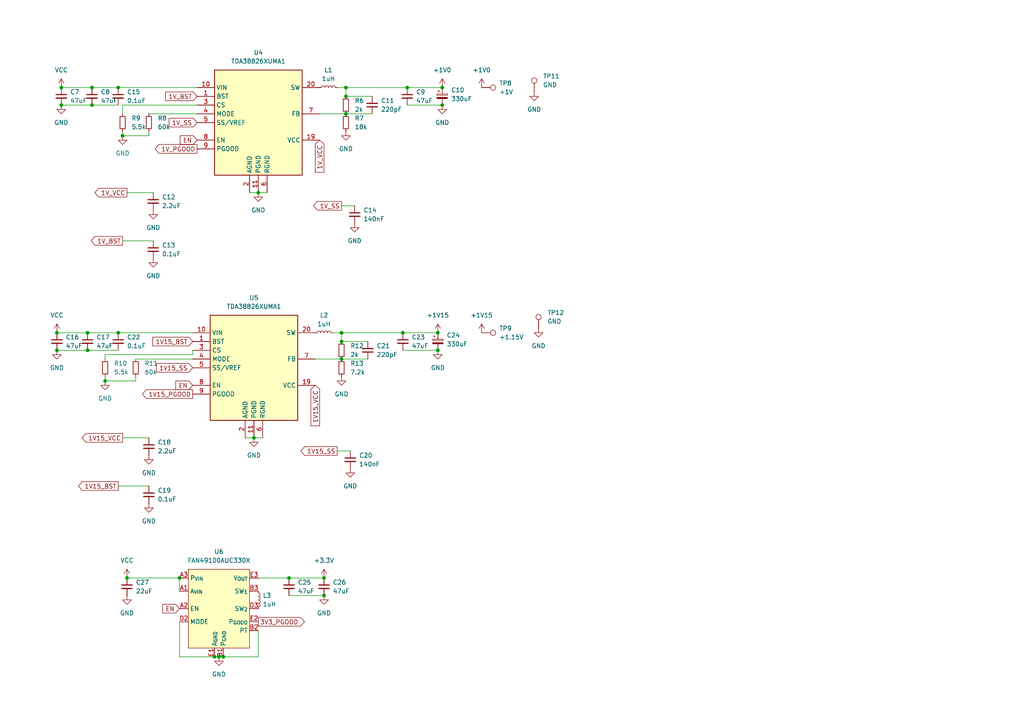
<source format=kicad_sch>
(kicad_sch (version 20250114) (generator "eeschema") (generator_version "9.0")
  (paper "A4")
  (lib_symbols
    (symbol "Connector:TestPoint" (pin_numbers (hide yes)) (pin_names (offset 0.762) (hide yes))
      (property "Reference" "TP" (at 0 6.858 0))
      (property "Value" "TestPoint" (at 0 5.08 0))
      (symbol "TestPoint_0_1"
        (circle (center 0 3.302) (radius 0.762))
      )
      (symbol "TestPoint_1_1"
        (pin passive line (at 0 0 90) (length 2.54) (name "1") (number "1"))
      )
    )
    (symbol "Device:C_Polarized_Small" (pin_numbers (hide yes)) (pin_names (offset 0.254) (hide yes))
      (property "Reference" "C" (at 0.254 1.778 0))
      (property "Value" "C_Polarized_Small" (at 0.254 -2.032 0))
      (symbol "C_Polarized_Small_0_1"
        (rectangle (start -1.524 0.6858) (end 1.524 0.3048))
        (rectangle (start -1.524 -0.3048) (end 1.524 -0.6858) (fill (type outline)))
        (polyline (pts (xy -1.27 1.524) (xy -0.762 1.524)))
        (polyline (pts (xy -1.016 1.27) (xy -1.016 1.778)))
      )
      (symbol "C_Polarized_Small_1_1"
        (pin passive line (at 0 2.54 270) (length 1.8542) (name "~") (number "1"))
        (pin passive line (at 0 -2.54 90) (length 1.8542) (name "~") (number "2"))
      )
    )
    (symbol "Device:C_Small" (pin_numbers (hide yes)) (pin_names (offset 0.254) (hide yes))
      (property "Reference" "C" (at 0.254 1.778 0))
      (property "Value" "C_Small" (at 0.254 -2.032 0))
      (symbol "C_Small_0_1"
        (polyline (pts (xy -1.524 0.508) (xy 1.524 0.508)) (stroke (width 0.3048)))
        (polyline (pts (xy -1.524 -0.508) (xy 1.524 -0.508)) (stroke (width 0.3302)))
      )
      (symbol "C_Small_1_1"
        (pin passive line (at 0 2.54 270) (length 2.032) (name "~") (number "1"))
        (pin passive line (at 0 -2.54 90) (length 2.032) (name "~") (number "2"))
      )
    )
    (symbol "Device:L_Small" (pin_numbers (hide yes)) (pin_names (offset 0.254) (hide yes))
      (property "Reference" "L" (at 0.762 1.016 0))
      (property "Value" "L_Small" (at 0.762 -1.016 0))
      (symbol "L_Small_0_1"
        (arc (start 0 2.032) (mid 0.5058 1.524) (end 0 1.016))
        (arc (start 0 1.016) (mid 0.5058 0.508) (end 0 0))
        (arc (start 0 0) (mid 0.5058 -0.508) (end 0 -1.016))
        (arc (start 0 -1.016) (mid 0.5058 -1.524) (end 0 -2.032))
      )
      (symbol "L_Small_1_1"
        (pin passive line (at 0 2.54 270) (length 0.508) (name "~") (number "1"))
        (pin passive line (at 0 -2.54 90) (length 0.508) (name "~") (number "2"))
      )
    )
    (symbol "Device:R_Small" (pin_numbers (hide yes)) (pin_names (offset 0.254) (hide yes))
      (property "Reference" "R" (at 0.762 0.508 0))
      (property "Value" "R_Small" (at 0.762 -1.016 0))
      (symbol "R_Small_0_1"
        (rectangle (start -0.762 1.778) (end 0.762 -1.778) (stroke (width 0.2032)))
      )
      (symbol "R_Small_1_1"
        (pin passive line (at 0 2.54 270) (length 0.762) (name "~") (number "1"))
        (pin passive line (at 0 -2.54 90) (length 0.762) (name "~") (number "2"))
      )
    )
    (symbol "TDA38826XUMA1:TDA38826XUMA1"
      (property "Reference" "U" (at 0 18.542 0))
      (property "Value" "TDA38826XUMA1" (at 0 16.51 0))
      (symbol "TDA38826XUMA1_1_1"
        (rectangle (start -12.7 15.24) (end 12.7 -15.24) (stroke (width 0.254)) (fill (type background)))
        (pin power_in line (at -17.78 10.16 0) (length 5.08) (name "VIN") (number "10"))
        (pin power_in line (at -17.78 10.16 0) (length 5.08) (hide yes) (name "VIN") (number "21"))
        (pin passive line (at -17.78 7.62 0) (length 5.08) (name "BST") (number "1"))
        (pin passive line (at -17.78 5.08 0) (length 5.08) (name "CS") (number "3"))
        (pin passive line (at -17.78 2.54 0) (length 5.08) (name "MODE") (number "4"))
        (pin passive line (at -17.78 0 0) (length 5.08) (name "SS/VREF") (number "5"))
        (pin passive line (at -17.78 -5.08 0) (length 5.08) (name "EN") (number "8"))
        (pin passive line (at -17.78 -7.62 0) (length 5.08) (name "PGOOD") (number "9"))
        (pin passive line (at -2.54 -20.32 90) (length 5.08) (name "AGND") (number "2"))
        (pin passive line (at 0 -20.32 90) (length 5.08) (name "PGND") (number "11"))
        (pin passive line (at 0 -20.32 90) (length 5.08) (hide yes) (name "PGND") (number "12"))
        (pin passive line (at 0 -20.32 90) (length 5.08) (hide yes) (name "PGND") (number "13"))
        (pin passive line (at 0 -20.32 90) (length 5.08) (hide yes) (name "PGND") (number "14"))
        (pin passive line (at 0 -20.32 90) (length 5.08) (hide yes) (name "PGND") (number "15"))
        (pin passive line (at 0 -20.32 90) (length 5.08) (hide yes) (name "PGND") (number "16"))
        (pin passive line (at 0 -20.32 90) (length 5.08) (hide yes) (name "PGND") (number "17"))
        (pin passive line (at 0 -20.32 90) (length 5.08) (hide yes) (name "PGND") (number "18"))
        (pin passive line (at 0 -20.32 90) (length 5.08) (hide yes) (name "PGND") (number "22"))
        (pin passive line (at 2.54 -20.32 90) (length 5.08) (name "RGND") (number "6"))
        (pin power_out line (at 17.78 10.16 180) (length 5.08) (name "SW") (number "20"))
        (pin passive line (at 17.78 2.54 180) (length 5.08) (name "FB") (number "7"))
        (pin power_in line (at 17.78 -5.08 180) (length 5.08) (name "VCC") (number "19"))
      )
    )
    (symbol "cafebara:FAN49100AUC330X"
      (property "Reference" "U" (at 0 14.986 0))
      (property "Value" "FAN49100AUC330X" (at 0 12.7 0))
      (symbol "FAN49100AUC330X_1_1"
        (rectangle (start -8.89 11.43) (end 8.89 -11.43) (fill (type background)))
        (pin power_in line (at -11.43 8.89 0) (length 2.54) (name "P_{VIN}") (number "A3"))
        (pin power_in line (at -11.43 8.89 0) (length 2.54) (hide yes) (name "P_{VIN}") (number "A4"))
        (pin power_in line (at -11.43 5.08 0) (length 2.54) (name "A_{VIN}") (number "A1"))
        (pin input line (at -11.43 0 0) (length 2.54) (name "EN") (number "A2"))
        (pin input line (at -11.43 -3.81 0) (length 2.54) (name "MODE") (number "D2"))
        (pin passive line (at -1.27 -13.97 90) (length 2.54) (name "A_{GND}") (number "E1"))
        (pin passive line (at 1.27 -13.97 90) (length 2.54) (name "P_{GND}") (number "B1"))
        (pin passive line (at 1.27 -13.97 90) (length 2.54) (hide yes) (name "P_{GND}") (number "C1"))
        (pin passive line (at 1.27 -13.97 90) (length 2.54) (hide yes) (name "P_{GND}") (number "C2"))
        (pin passive line (at 1.27 -13.97 90) (length 2.54) (hide yes) (name "P_{GND}") (number "C3"))
        (pin passive line (at 1.27 -13.97 90) (length 2.54) (hide yes) (name "P_{GND}") (number "C4"))
        (pin passive line (at 1.27 -13.97 90) (length 2.54) (hide yes) (name "P_{GND}") (number "D1"))
        (pin power_out line (at 11.43 8.89 180) (length 2.54) (name "V_{OUT}") (number "E3"))
        (pin power_out line (at 11.43 8.89 180) (length 2.54) (hide yes) (name "V_{OUT}") (number "E4"))
        (pin passive line (at 11.43 5.08 180) (length 2.54) (name "SW_{1}") (number "B3"))
        (pin passive line (at 11.43 5.08 180) (length 2.54) (hide yes) (name "SW_{1}") (number "B4"))
        (pin passive line (at 11.43 0 180) (length 2.54) (name "SW_{2}") (number "D3"))
        (pin passive line (at 11.43 0 180) (length 2.54) (hide yes) (name "SW_{2}") (number "D4"))
        (pin open_collector line (at 11.43 -3.81 180) (length 2.54) (name "P_{GOOD}") (number "E2"))
        (pin input line (at 11.43 -6.35 180) (length 2.54) (name "PT") (number "B2"))
      )
    )
    (symbol "power:+1V0" (power) (pin_names (offset 0))
      (property "Value" "+1V0" (at 0 3.556 0))
      (symbol "+1V0_0_1"
        (polyline (pts (xy -0.762 1.27) (xy 0 2.54)))
        (polyline (pts (xy 0 2.54) (xy 0.762 1.27)))
        (polyline (pts (xy 0 0) (xy 0 2.54)))
      )
      (symbol "+1V0_1_1"
        (pin power_in line (at 0 0 90) (length 0) (hide yes) (name "+1V0") (number "1"))
      )
    )
    (symbol "power:+1V1" (power) (pin_names (offset 0))
      (property "Value" "+1V1" (at 0 3.556 0))
      (symbol "+1V1_0_1"
        (polyline (pts (xy -0.762 1.27) (xy 0 2.54)))
        (polyline (pts (xy 0 2.54) (xy 0.762 1.27)))
        (polyline (pts (xy 0 0) (xy 0 2.54)))
      )
      (symbol "+1V1_1_1"
        (pin power_in line (at 0 0 90) (length 0) (hide yes) (name "+1V1") (number "1"))
      )
    )
    (symbol "power:+3.3V" (power) (pin_numbers (hide yes)) (pin_names (offset 0) (hide yes))
      (property "Value" "+3.3V" (at 0 3.556 0))
      (symbol "+3.3V_0_1"
        (polyline (pts (xy -0.762 1.27) (xy 0 2.54)))
        (polyline (pts (xy 0 2.54) (xy 0.762 1.27)))
        (polyline (pts (xy 0 0) (xy 0 2.54)))
      )
      (symbol "+3.3V_1_1"
        (pin power_in line (at 0 0 90) (length 0) (name "~") (number "1"))
      )
    )
    (symbol "power:GND" (power) (pin_numbers (hide yes)) (pin_names (offset 0) (hide yes))
      (property "Value" "GND" (at 0 -3.81 0))
      (symbol "GND_0_1"
        (polyline (pts (xy 0 0) (xy 0 -1.27) (xy 1.27 -1.27) (xy 0 -2.54) (xy -1.27 -1.27) (xy 0 -1.27)))
      )
      (symbol "GND_1_1"
        (pin power_in line (at 0 0 270) (length 0) (name "~") (number "1"))
      )
    )
    (symbol "power:VCC" (power) (pin_names (offset 0))
      (property "Value" "VCC" (at 0 3.81 0))
      (symbol "VCC_0_1"
        (polyline (pts (xy -0.762 1.27) (xy 0 2.54)))
        (polyline (pts (xy 0 2.54) (xy 0.762 1.27)))
        (polyline (pts (xy 0 0) (xy 0 2.54)))
      )
      (symbol "VCC_1_1"
        (pin power_in line (at 0 0 90) (length 0) (hide yes) (name "VCC") (number "1"))
      )
    )
  )
  (junction (at 35.56 39.37))
  (junction (at 74.93 55.88))
  (junction (at 99.06 99.06))
  (junction (at 93.98 172.72))
  (junction (at 99.06 104.14))
  (junction (at 17.78 25.4))
  (junction (at 26.67 30.48))
  (junction (at 100.33 25.4))
  (junction (at 26.67 25.4))
  (junction (at 127 101.6))
  (junction (at 99.06 96.52))
  (junction (at 127 96.52))
  (junction (at 128.27 30.48))
  (junction (at 100.33 33.02))
  (junction (at 36.83 167.64))
  (junction (at 16.51 96.52))
  (junction (at 73.66 127))
  (junction (at 62.23 190.5))
  (junction (at 64.77 190.5))
  (junction (at 30.48 110.49))
  (junction (at 25.4 96.52))
  (junction (at 17.78 30.48))
  (junction (at 93.98 167.64))
  (junction (at 52.07 167.64))
  (junction (at 34.29 25.4))
  (junction (at 63.5 190.5))
  (junction (at 116.84 96.52))
  (junction (at 34.29 96.52))
  (junction (at 25.4 101.6))
  (junction (at 83.82 167.64))
  (junction (at 16.51 101.6))
  (junction (at 100.33 27.94))
  (junction (at 128.27 25.4))
  (junction (at 118.11 25.4))
  (wire (pts (xy 83.82 172.72) (xy 93.98 172.72)))
  (wire (pts (xy 26.67 30.48) (xy 34.29 30.48)))
  (wire (pts (xy 100.33 25.4) (xy 118.11 25.4)))
  (wire (pts (xy 35.56 39.37) (xy 43.18 39.37)))
  (wire (pts (xy 16.51 96.52) (xy 25.4 96.52)))
  (wire (pts (xy 91.44 104.14) (xy 99.06 104.14)))
  (wire (pts (xy 97.79 130.81) (xy 101.6 130.81)))
  (wire (pts (xy 26.67 25.4) (xy 34.29 25.4)))
  (wire (pts (xy 35.56 39.37) (xy 35.56 38.1)))
  (wire (pts (xy 100.33 33.02) (xy 107.95 33.02)))
  (wire (pts (xy 63.5 190.5) (xy 64.77 190.5)))
  (wire (pts (xy 72.39 55.88) (xy 74.93 55.88)))
  (wire (pts (xy 92.71 33.02) (xy 100.33 33.02)))
  (wire (pts (xy 118.11 25.4) (xy 128.27 25.4)))
  (wire (pts (xy 30.48 102.87) (xy 30.48 104.14)))
  (wire (pts (xy 83.82 167.64) (xy 93.98 167.64)))
  (wire (pts (xy 52.07 190.5) (xy 62.23 190.5)))
  (wire (pts (xy 17.78 25.4) (xy 26.67 25.4)))
  (wire (pts (xy 52.07 167.64) (xy 52.07 171.45)))
  (wire (pts (xy 30.48 110.49) (xy 39.37 110.49)))
  (wire (pts (xy 99.06 99.06) (xy 106.68 99.06)))
  (wire (pts (xy 73.66 127) (xy 76.2 127)))
  (wire (pts (xy 57.15 30.48) (xy 35.56 30.48)))
  (wire (pts (xy 74.93 55.88) (xy 77.47 55.88)))
  (wire (pts (xy 43.18 140.97) (xy 34.29 140.97)))
  (wire (pts (xy 16.51 101.6) (xy 25.4 101.6)))
  (wire (pts (xy 55.88 102.87) (xy 30.48 102.87)))
  (wire (pts (xy 34.29 25.4) (xy 57.15 25.4)))
  (wire (pts (xy 99.06 59.69) (xy 102.87 59.69)))
  (wire (pts (xy 39.37 104.14) (xy 55.88 104.14)))
  (wire (pts (xy 116.84 101.6) (xy 127 101.6)))
  (wire (pts (xy 116.84 96.52) (xy 127 96.52)))
  (wire (pts (xy 30.48 110.49) (xy 30.48 109.22)))
  (wire (pts (xy 99.06 96.52) (xy 116.84 96.52)))
  (wire (pts (xy 99.06 99.06) (xy 99.06 96.52)))
  (wire (pts (xy 100.33 27.94) (xy 100.33 25.4)))
  (wire (pts (xy 74.93 190.5) (xy 64.77 190.5)))
  (wire (pts (xy 35.56 127) (xy 43.18 127)))
  (wire (pts (xy 62.23 190.5) (xy 63.5 190.5)))
  (wire (pts (xy 99.06 104.14) (xy 106.68 104.14)))
  (wire (pts (xy 100.33 27.94) (xy 107.95 27.94)))
  (wire (pts (xy 71.12 127) (xy 73.66 127)))
  (wire (pts (xy 36.83 167.64) (xy 52.07 167.64)))
  (wire (pts (xy 74.93 182.88) (xy 74.93 190.5)))
  (wire (pts (xy 44.45 69.85) (xy 35.56 69.85)))
  (wire (pts (xy 25.4 101.6) (xy 34.29 101.6)))
  (wire (pts (xy 35.56 30.48) (xy 35.56 33.02)))
  (wire (pts (xy 100.33 25.4) (xy 97.79 25.4)))
  (wire (pts (xy 55.88 101.6) (xy 55.88 102.87)))
  (wire (pts (xy 25.4 96.52) (xy 34.29 96.52)))
  (wire (pts (xy 36.83 55.88) (xy 44.45 55.88)))
  (wire (pts (xy 43.18 33.02) (xy 57.15 33.02)))
  (wire (pts (xy 52.07 180.34) (xy 52.07 190.5)))
  (wire (pts (xy 99.06 96.52) (xy 96.52 96.52)))
  (wire (pts (xy 118.11 30.48) (xy 128.27 30.48)))
  (wire (pts (xy 39.37 110.49) (xy 39.37 109.22)))
  (wire (pts (xy 17.78 30.48) (xy 26.67 30.48)))
  (wire (pts (xy 34.29 96.52) (xy 55.88 96.52)))
  (wire (pts (xy 43.18 39.37) (xy 43.18 38.1)))
  (wire (pts (xy 74.93 167.64) (xy 83.82 167.64)))
  (global_label "EN" (shape input) (at 55.88 111.76 180) (property "Intersheetrefs" "${INTERSHEET_REFS}" (effects (hide yes))))
  (global_label "1V15_BST" (shape output) (at 34.29 140.97 180) (property "Intersheetrefs" "${INTERSHEET_REFS}" (effects (hide yes))))
  (global_label "1V_SS" (shape output) (at 99.06 59.69 180) (property "Intersheetrefs" "${INTERSHEET_REFS}" (effects (hide yes))))
  (global_label "EN" (shape input) (at 57.15 40.64 180) (property "Intersheetrefs" "${INTERSHEET_REFS}" (effects (hide yes))))
  (global_label "1V_BST" (shape input) (at 57.15 27.94 180) (property "Intersheetrefs" "${INTERSHEET_REFS}" (effects (hide yes))))
  (global_label "1V15_PGOOD" (shape output) (at 55.88 114.3 180) (property "Intersheetrefs" "${INTERSHEET_REFS}" (effects (hide yes))))
  (global_label "3V3_PGOOD" (shape output) (at 74.93 180.34 0) (property "Intersheetrefs" "${INTERSHEET_REFS}" (effects (hide yes))))
  (global_label "1V15_VCC" (shape input) (at 91.44 111.76 270) (property "Intersheetrefs" "${INTERSHEET_REFS}" (effects (hide yes))))
  (global_label "1V15_SS" (shape input) (at 55.88 106.68 180) (property "Intersheetrefs" "${INTERSHEET_REFS}" (effects (hide yes))))
  (global_label "1V_BST" (shape output) (at 35.56 69.85 180) (property "Intersheetrefs" "${INTERSHEET_REFS}" (effects (hide yes))))
  (global_label "1V_VCC" (shape output) (at 36.83 55.88 180) (property "Intersheetrefs" "${INTERSHEET_REFS}" (effects (hide yes))))
  (global_label "1V15_BST" (shape input) (at 55.88 99.06 180) (property "Intersheetrefs" "${INTERSHEET_REFS}" (effects (hide yes))))
  (global_label "1V_PGOOD" (shape output) (at 57.15 43.18 180) (property "Intersheetrefs" "${INTERSHEET_REFS}" (effects (hide yes))))
  (global_label "1V15_SS" (shape output) (at 97.79 130.81 180) (property "Intersheetrefs" "${INTERSHEET_REFS}" (effects (hide yes))))
  (global_label "1V_SS" (shape input) (at 57.15 35.56 180) (property "Intersheetrefs" "${INTERSHEET_REFS}" (effects (hide yes))))
  (global_label "EN" (shape input) (at 52.07 176.53 180) (property "Intersheetrefs" "${INTERSHEET_REFS}" (effects (hide yes))))
  (global_label "1V15_VCC" (shape output) (at 35.56 127 180) (property "Intersheetrefs" "${INTERSHEET_REFS}" (effects (hide yes))))
  (global_label "1V_VCC" (shape input) (at 92.71 40.64 270) (property "Intersheetrefs" "${INTERSHEET_REFS}" (effects (hide yes))))
  (symbol (lib_id "Device:R_Small") (at 99.06 101.6 180) (unit 1)
    (property "Reference" "R12" (at 101.6 100.3299 0) (effects (justify right)))
    (property "Value" "2k" (at 101.6 102.8699 0) (effects (justify right)))
    (property "Footprint" "Resistor_SMD:R_0402_1005Metric" (effects (hide yes)))
    (property "Description" "Resistor, small symbol" (effects (hide yes)))
  )
  (symbol (lib_id "Device:C_Small") (at 101.6 133.35 0) (unit 1)
    (property "Reference" "C20" (at 104.14 132.0862 0) (effects (justify left)))
    (property "Value" "140nF" (at 104.14 134.6262 0) (effects (justify left)))
    (property "Footprint" "Capacitor_SMD:C_0402_1005Metric" (effects (hide yes)))
    (property "Description" "Unpolarized capacitor, small symbol" (effects (hide yes)))
  )
  (symbol (lib_id "power:+1V1") (at 139.7 96.52 0) (unit 1)
    (property "Reference" "#PWR05" (effects (hide yes)))
    (property "Value" "+1V15" (at 139.7 91.44 0))
    (property "Description" "Power symbol creates a global label with name \"+1V15\"" (effects (hide yes)))
  )
  (symbol (lib_id "power:GND") (at 73.66 127 0) (unit 1)
    (property "Reference" "#PWR044" (effects (hide yes)))
    (property "Value" "GND" (at 73.66 132.08 0))
    (property "Description" "Power symbol creates a global label with name \"GND\" , ground" (effects (hide yes)))
  )
  (symbol (lib_id "power:GND") (at 43.18 146.05 0) (unit 1)
    (property "Reference" "#PWR043" (effects (hide yes)))
    (property "Value" "GND" (at 43.18 151.13 0))
    (property "Description" "Power symbol creates a global label with name \"GND\" , ground" (effects (hide yes)))
  )
  (symbol (lib_id "Device:R_Small") (at 39.37 106.68 180) (unit 1)
    (property "Reference" "R11" (at 41.91 105.4099 0) (effects (justify right)))
    (property "Value" "60k" (at 41.91 107.9499 0) (effects (justify right)))
    (property "Footprint" "Resistor_SMD:R_0402_1005Metric" (effects (hide yes)))
    (property "Description" "Resistor, small symbol" (effects (hide yes)))
  )
  (symbol (lib_id "power:GND") (at 156.21 95.25 0) (unit 1)
    (property "Reference" "#PWR049" (effects (hide yes)))
    (property "Value" "GND" (at 156.21 100.33 0))
    (property "Description" "Power symbol creates a global label with name \"GND\" , ground" (effects (hide yes)))
  )
  (symbol (lib_id "power:GND") (at 30.48 110.49 0) (unit 1)
    (property "Reference" "#PWR041" (effects (hide yes)))
    (property "Value" "GND" (at 30.48 115.57 0))
    (property "Description" "Power symbol creates a global label with name \"GND\" , ground" (effects (hide yes)))
  )
  (symbol (lib_id "Device:C_Small") (at 118.11 27.94 0) (unit 1)
    (property "Reference" "C9" (at 120.65 26.6762 0) (effects (justify left)))
    (property "Value" "47uF" (at 120.65 29.2162 0) (effects (justify left)))
    (property "Footprint" "Capacitor_SMD:C_0805_2012Metric" (effects (hide yes)))
    (property "Description" "Unpolarized capacitor, small symbol" (effects (hide yes)))
    (property "Mouser" "https://au.mouser.com/ProductDetail/KYOCERA-AVX/KGM21AR51A476MU?qs=sGAEpiMZZMuMW9TJLBQkXqLYvz3DzaXfhCiDO3TXOes%3D" (effects (hide yes)))
  )
  (symbol (lib_id "Device:C_Small") (at 106.68 101.6 180) (unit 1)
    (property "Reference" "C21" (at 109.22 100.3235 0) (effects (justify right)))
    (property "Value" "220pF" (at 109.22 102.8635 0) (effects (justify right)))
    (property "Footprint" "Capacitor_SMD:C_0402_1005Metric" (effects (hide yes)))
    (property "Description" "Unpolarized capacitor, small symbol" (effects (hide yes)))
  )
  (symbol (lib_id "power:GND") (at 44.45 74.93 0) (unit 1)
    (property "Reference" "#PWR038" (effects (hide yes)))
    (property "Value" "GND" (at 44.45 80.01 0))
    (property "Description" "Power symbol creates a global label with name \"GND\" , ground" (effects (hide yes)))
  )
  (symbol (lib_id "Device:C_Small") (at 43.18 129.54 0) (unit 1)
    (property "Reference" "C18" (at 45.72 128.2762 0) (effects (justify left)))
    (property "Value" "2.2uF" (at 45.72 130.8162 0) (effects (justify left)))
    (property "Footprint" "Capacitor_SMD:C_0603_1608Metric" (effects (hide yes)))
    (property "Description" "Unpolarized capacitor, small symbol" (effects (hide yes)))
  )
  (symbol (lib_id "power:GND") (at 93.98 172.72 0) (unit 1)
    (property "Reference" "#PWR055" (effects (hide yes)))
    (property "Value" "GND" (at 93.98 177.8 0))
    (property "Description" "Power symbol creates a global label with name \"GND\" , ground" (effects (hide yes)))
  )
  (symbol (lib_id "Device:L_Small") (at 74.93 173.99 0) (unit 1)
    (property "Reference" "L3" (at 76.2 172.7199 0) (effects (justify left)))
    (property "Value" "1uH" (at 76.2 175.2599 0) (effects (justify left)))
    (property "Footprint" "Inductor_SMD:L_Murata_DFE201610P" (effects (hide yes)))
    (property "Description" "Inductor, small symbol" (effects (hide yes)))
    (property "Digikey" "https://www.digikey.com.au/en/products/detail/delta-electronics-cyntec/HTEH20161T-1R0MSR/9761414" (effects (hide yes)))
  )
  (symbol (lib_id "TDA38826XUMA1:TDA38826XUMA1") (at 73.66 106.68 0) (unit 1)
    (property "Reference" "U5" (at 73.66 86.36 0))
    (property "Value" "TDA38826XUMA1" (at 73.66 88.9 0))
    (property "Footprint" "cafebara:TDA38826XUMA1" (effects (hide yes)))
    (property "Datasheet" "https://www.infineon.com/dgdl/Infineon-TDA38826-DataSheet-v01_00-EN.pdf?fileId=8ac78c8c8929aa4d0189cef071637019" (effects (hide yes)))
    (property "Description" "Switching Voltage Regulators IFX POL" (effects (hide yes)))
    (property "Height" "0.6" (effects (hide yes)))
    (property "Manufacturer_Name" "Infineon" (effects (hide yes)))
    (property "Manufacturer_Part_Number" "TDA38826XUMA1" (effects (hide yes)))
  )
  (symbol (lib_id "Device:C_Small") (at 36.83 170.18 0) (unit 1)
    (property "Reference" "C27" (at 39.37 168.9162 0) (effects (justify left)))
    (property "Value" "22uF" (at 39.37 171.4562 0) (effects (justify left)))
    (property "Footprint" "Capacitor_SMD:C_0805_2012Metric" (effects (hide yes)))
    (property "Description" "Unpolarized capacitor, small symbol" (effects (hide yes)))
  )
  (symbol (lib_id "power:VCC") (at 36.83 167.64 0) (unit 1)
    (property "Reference" "#PWR023" (effects (hide yes)))
    (property "Value" "VCC" (at 36.83 162.56 0))
    (property "Description" "Power symbol creates a global label with name \"VCC\"" (effects (hide yes)))
  )
  (symbol (lib_id "power:GND") (at 102.87 64.77 0) (unit 1)
    (property "Reference" "#PWR039" (effects (hide yes)))
    (property "Value" "GND" (at 102.87 69.85 0))
    (property "Description" "Power symbol creates a global label with name \"GND\" , ground" (effects (hide yes)))
  )
  (symbol (lib_id "Device:R_Small") (at 30.48 106.68 180) (unit 1)
    (property "Reference" "R10" (at 33.02 105.4099 0) (effects (justify right)))
    (property "Value" "5.5k" (at 33.02 107.9499 0) (effects (justify right)))
    (property "Footprint" "Resistor_SMD:R_0402_1005Metric" (effects (hide yes)))
    (property "Description" "Resistor, small symbol" (effects (hide yes)))
  )
  (symbol (lib_id "power:GND") (at 100.33 38.1 0) (unit 1)
    (property "Reference" "#PWR019" (effects (hide yes)))
    (property "Value" "GND" (at 100.33 43.18 0))
    (property "Description" "Power symbol creates a global label with name \"GND\" , ground" (effects (hide yes)))
  )
  (symbol (lib_id "Device:C_Small") (at 44.45 72.39 0) (unit 1)
    (property "Reference" "C13" (at 46.99 71.1262 0) (effects (justify left)))
    (property "Value" "0.1uF" (at 46.99 73.6662 0) (effects (justify left)))
    (property "Footprint" "Capacitor_SMD:C_0402_1005Metric" (effects (hide yes)))
    (property "Description" "Unpolarized capacitor, small symbol" (effects (hide yes)))
  )
  (symbol (lib_id "power:GND") (at 154.94 26.67 0) (unit 1)
    (property "Reference" "#PWR08" (effects (hide yes)))
    (property "Value" "GND" (at 154.94 31.75 0))
    (property "Description" "Power symbol creates a global label with name \"GND\" , ground" (effects (hide yes)))
  )
  (symbol (lib_id "power:+3.3V") (at 93.98 167.64 0) (unit 1)
    (property "Reference" "#PWR054" (effects (hide yes)))
    (property "Value" "+3.3V" (at 93.98 162.56 0))
    (property "Description" "Power symbol creates a global label with name \"+3.3V\"" (effects (hide yes)))
  )
  (symbol (lib_id "power:GND") (at 101.6 135.89 0) (unit 1)
    (property "Reference" "#PWR046" (effects (hide yes)))
    (property "Value" "GND" (at 101.6 140.97 0))
    (property "Description" "Power symbol creates a global label with name \"GND\" , ground" (effects (hide yes)))
  )
  (symbol (lib_id "cafebara:FAN49100AUC330X") (at 63.5 176.53 0) (unit 1)
    (property "Reference" "U6" (at 63.5 160.02 0))
    (property "Value" "FAN49100AUC330X" (at 63.5 162.56 0))
    (property "Footprint" "Package_CSP:WLCSP-20_1.994x1.94mm_Layout4x5_P0.4mm" (effects (hide yes)))
    (property "Datasheet" "https://www.onsemi.com/pdf/datasheet/fan49100-d.pdf" (effects (hide yes)))
    (property "Digikey" "https://www.digikey.com.au/en/products/detail/onsemi/FAN49100AUC330X/5640230" (effects (hide yes)))
  )
  (symbol (lib_id "power:GND") (at 99.06 109.22 0) (unit 1)
    (property "Reference" "#PWR045" (effects (hide yes)))
    (property "Value" "GND" (at 99.06 114.3 0))
    (property "Description" "Power symbol creates a global label with name \"GND\" , ground" (effects (hide yes)))
  )
  (symbol (lib_id "Device:R_Small") (at 99.06 106.68 0) (unit 1)
    (property "Reference" "R13" (at 101.6 105.4099 0) (effects (justify left)))
    (property "Value" "7.2k" (at 101.6 107.9499 0) (effects (justify left)))
    (property "Footprint" "Resistor_SMD:R_0402_1005Metric" (effects (hide yes)))
    (property "Description" "Resistor, small symbol" (effects (hide yes)))
  )
  (symbol (lib_id "Device:C_Small") (at 107.95 30.48 180) (unit 1)
    (property "Reference" "C11" (at 110.49 29.2035 0) (effects (justify right)))
    (property "Value" "220pF" (at 110.49 31.7435 0) (effects (justify right)))
    (property "Footprint" "Capacitor_SMD:C_0402_1005Metric" (effects (hide yes)))
    (property "Description" "Unpolarized capacitor, small symbol" (effects (hide yes)))
  )
  (symbol (lib_id "Device:C_Polarized_Small") (at 127 99.06 0) (unit 1)
    (property "Reference" "C24" (at 129.54 97.2438 0) (effects (justify left)))
    (property "Value" "330uF" (at 129.54 99.7838 0) (effects (justify left)))
    (property "Footprint" "Capacitor_Tantalum_SMD:CP_EIA-3528-15_AVX-H" (effects (hide yes)))
    (property "Description" "Polarized capacitor, small symbol" (effects (hide yes)))
    (property "Digikey" "https://www.digikey.com.au/en/products/detail/kyocera-avx/F950G337MBAAM1Q2/4005293" (effects (hide yes)))
  )
  (symbol (lib_id "TDA38826XUMA1:TDA38826XUMA1") (at 74.93 35.56 0) (unit 1)
    (property "Reference" "U4" (at 74.93 15.24 0))
    (property "Value" "TDA38826XUMA1" (at 74.93 17.78 0))
    (property "Footprint" "cafebara:TDA38826XUMA1" (effects (hide yes)))
    (property "Datasheet" "https://www.infineon.com/dgdl/Infineon-TDA38826-DataSheet-v01_00-EN.pdf?fileId=8ac78c8c8929aa4d0189cef071637019" (effects (hide yes)))
    (property "Description" "Switching Voltage Regulators IFX POL" (effects (hide yes)))
    (property "Height" "0.6" (effects (hide yes)))
    (property "Manufacturer_Name" "Infineon" (effects (hide yes)))
    (property "Manufacturer_Part_Number" "TDA38826XUMA1" (effects (hide yes)))
  )
  (symbol (lib_id "Device:C_Small") (at 43.18 143.51 0) (unit 1)
    (property "Reference" "C19" (at 45.72 142.2462 0) (effects (justify left)))
    (property "Value" "0.1uF" (at 45.72 144.7862 0) (effects (justify left)))
    (property "Footprint" "Capacitor_SMD:C_0402_1005Metric" (effects (hide yes)))
    (property "Description" "Unpolarized capacitor, small symbol" (effects (hide yes)))
  )
  (symbol (lib_id "Device:R_Small") (at 43.18 35.56 180) (unit 1)
    (property "Reference" "R8" (at 45.72 34.2899 0) (effects (justify right)))
    (property "Value" "60k" (at 45.72 36.8299 0) (effects (justify right)))
    (property "Footprint" "Resistor_SMD:R_0402_1005Metric" (effects (hide yes)))
    (property "Description" "Resistor, small symbol" (effects (hide yes)))
  )
  (symbol (lib_id "Connector:TestPoint") (at 154.94 26.67 0) (unit 1)
    (property "Reference" "TP11" (at 157.48 22.0979 0) (effects (justify left)))
    (property "Value" "GND" (at 157.48 24.6379 0) (effects (justify left)))
    (property "Footprint" "TestPoint:TestPoint_Plated_Hole_D2.0mm" (effects (hide yes)))
    (property "Description" "test point" (effects (hide yes)))
  )
  (symbol (lib_id "power:GND") (at 16.51 101.6 0) (unit 1)
    (property "Reference" "#PWR040" (effects (hide yes)))
    (property "Value" "GND" (at 16.51 106.68 0))
    (property "Description" "Power symbol creates a global label with name \"GND\" , ground" (effects (hide yes)))
  )
  (symbol (lib_id "Connector:TestPoint") (at 139.7 25.4 270) (unit 1)
    (property "Reference" "TP8" (at 144.78 24.1299 90) (effects (justify left)))
    (property "Value" "+1V" (at 144.78 26.6699 90) (effects (justify left)))
    (property "Footprint" "TestPoint:TestPoint_Plated_Hole_D2.0mm" (effects (hide yes)))
    (property "Description" "test point" (effects (hide yes)))
  )
  (symbol (lib_id "Device:C_Small") (at 34.29 27.94 0) (unit 1)
    (property "Reference" "C15" (at 36.83 26.6762 0) (effects (justify left)))
    (property "Value" "0.1uF" (at 36.83 29.2162 0) (effects (justify left)))
    (property "Footprint" "Capacitor_SMD:C_0402_1005Metric" (effects (hide yes)))
    (property "Description" "Unpolarized capacitor, small symbol" (effects (hide yes)))
  )
  (symbol (lib_id "power:VCC") (at 16.51 96.52 0) (unit 1)
    (property "Reference" "#PWR03" (effects (hide yes)))
    (property "Value" "VCC" (at 16.51 91.44 0))
    (property "Description" "Power symbol creates a global label with name \"VCC\"" (effects (hide yes)))
  )
  (symbol (lib_id "power:GND") (at 74.93 55.88 0) (unit 1)
    (property "Reference" "#PWR031" (effects (hide yes)))
    (property "Value" "GND" (at 74.93 60.96 0))
    (property "Description" "Power symbol creates a global label with name \"GND\" , ground" (effects (hide yes)))
  )
  (symbol (lib_id "Device:C_Small") (at 102.87 62.23 0) (unit 1)
    (property "Reference" "C14" (at 105.41 60.9662 0) (effects (justify left)))
    (property "Value" "140nF" (at 105.41 63.5062 0) (effects (justify left)))
    (property "Footprint" "Capacitor_SMD:C_0402_1005Metric" (effects (hide yes)))
    (property "Description" "Unpolarized capacitor, small symbol" (effects (hide yes)))
  )
  (symbol (lib_id "power:GND") (at 127 101.6 0) (unit 1)
    (property "Reference" "#PWR047" (effects (hide yes)))
    (property "Value" "GND" (at 127 106.68 0))
    (property "Description" "Power symbol creates a global label with name \"GND\" , ground" (effects (hide yes)))
  )
  (symbol (lib_id "Device:R_Small") (at 35.56 35.56 180) (unit 1)
    (property "Reference" "R9" (at 38.1 34.2899 0) (effects (justify right)))
    (property "Value" "5.5k" (at 38.1 36.8299 0) (effects (justify right)))
    (property "Footprint" "Resistor_SMD:R_0402_1005Metric" (effects (hide yes)))
    (property "Description" "Resistor, small symbol" (effects (hide yes)))
  )
  (symbol (lib_id "Device:C_Small") (at 44.45 58.42 0) (unit 1)
    (property "Reference" "C12" (at 46.99 57.1562 0) (effects (justify left)))
    (property "Value" "2.2uF" (at 46.99 59.6962 0) (effects (justify left)))
    (property "Footprint" "Capacitor_SMD:C_0603_1608Metric" (effects (hide yes)))
    (property "Description" "Unpolarized capacitor, small symbol" (effects (hide yes)))
  )
  (symbol (lib_id "power:GND") (at 43.18 132.08 0) (unit 1)
    (property "Reference" "#PWR042" (effects (hide yes)))
    (property "Value" "GND" (at 43.18 137.16 0))
    (property "Description" "Power symbol creates a global label with name \"GND\" , ground" (effects (hide yes)))
  )
  (symbol (lib_id "power:GND") (at 35.56 39.37 0) (unit 1)
    (property "Reference" "#PWR037" (effects (hide yes)))
    (property "Value" "GND" (at 35.56 44.45 0))
    (property "Description" "Power symbol creates a global label with name \"GND\" , ground" (effects (hide yes)))
  )
  (symbol (lib_id "Device:C_Small") (at 83.82 170.18 0) (unit 1)
    (property "Reference" "C25" (at 86.36 168.9162 0) (effects (justify left)))
    (property "Value" "47uF" (at 86.36 171.4562 0) (effects (justify left)))
    (property "Footprint" "Capacitor_SMD:C_0805_2012Metric" (effects (hide yes)))
    (property "Description" "Unpolarized capacitor, small symbol" (effects (hide yes)))
  )
  (symbol (lib_id "Device:C_Small") (at 16.51 99.06 0) (unit 1)
    (property "Reference" "C16" (at 19.05 97.7962 0) (effects (justify left)))
    (property "Value" "47uF" (at 19.05 100.3362 0) (effects (justify left)))
    (property "Footprint" "Capacitor_SMD:C_0805_2012Metric" (effects (hide yes)))
    (property "Description" "Unpolarized capacitor, small symbol" (effects (hide yes)))
    (property "Mouser" "https://au.mouser.com/ProductDetail/KYOCERA-AVX/KGM21AR51A476MU?qs=sGAEpiMZZMuMW9TJLBQkXqLYvz3DzaXfhCiDO3TXOes%3D" (effects (hide yes)))
  )
  (symbol (lib_id "Connector:TestPoint") (at 139.7 96.52 270) (unit 1)
    (property "Reference" "TP9" (at 144.78 95.2499 90) (effects (justify left)))
    (property "Value" "+1.15V" (at 144.78 97.7899 90) (effects (justify left)))
    (property "Footprint" "TestPoint:TestPoint_Plated_Hole_D2.0mm" (effects (hide yes)))
    (property "Description" "test point" (effects (hide yes)))
  )
  (symbol (lib_id "Device:C_Small") (at 34.29 99.06 0) (unit 1)
    (property "Reference" "C22" (at 36.83 97.7962 0) (effects (justify left)))
    (property "Value" "0.1uF" (at 36.83 100.3362 0) (effects (justify left)))
    (property "Footprint" "Capacitor_SMD:C_0402_1005Metric" (effects (hide yes)))
    (property "Description" "Unpolarized capacitor, small symbol" (effects (hide yes)))
  )
  (symbol (lib_id "Device:L_Small") (at 93.98 96.52 90) (unit 1)
    (property "Reference" "L2" (at 93.98 91.44 90))
    (property "Value" "1uH" (at 93.98 93.98 90))
    (property "Footprint" "Inductor_SMD:L_Sunlord_MWSA0624S" (effects (hide yes)))
    (property "Description" "Inductor, small symbol" (effects (hide yes)))
    (property "Digikey" "https://www.digikey.com.au/en/products/detail/tai-tech-advanced-electronics-co-ltd/TMPC-0624H-1R0MG-D/17835651" (effects (hide yes)))
  )
  (symbol (lib_id "power:GND") (at 36.83 172.72 0) (unit 1)
    (property "Reference" "#PWR056" (effects (hide yes)))
    (property "Value" "GND" (at 36.83 177.8 0))
    (property "Description" "Power symbol creates a global label with name \"GND\" , ground" (effects (hide yes)))
  )
  (symbol (lib_id "power:GND") (at 63.5 190.5 0) (unit 1)
    (property "Reference" "#PWR053" (effects (hide yes)))
    (property "Value" "GND" (at 63.5 195.58 0))
    (property "Description" "Power symbol creates a global label with name \"GND\" , ground" (effects (hide yes)))
  )
  (symbol (lib_id "Connector:TestPoint") (at 156.21 95.25 0) (unit 1)
    (property "Reference" "TP12" (at 158.75 90.6779 0) (effects (justify left)))
    (property "Value" "GND" (at 158.75 93.2179 0) (effects (justify left)))
    (property "Footprint" "TestPoint:TestPoint_Plated_Hole_D2.0mm" (effects (hide yes)))
    (property "Description" "test point" (effects (hide yes)))
  )
  (symbol (lib_id "Device:C_Small") (at 25.4 99.06 0) (unit 1)
    (property "Reference" "C17" (at 27.94 97.7962 0) (effects (justify left)))
    (property "Value" "47uF" (at 27.94 100.3362 0) (effects (justify left)))
    (property "Footprint" "Capacitor_SMD:C_0805_2012Metric" (effects (hide yes)))
    (property "Description" "Unpolarized capacitor, small symbol" (effects (hide yes)))
    (property "Mouser" "https://au.mouser.com/ProductDetail/KYOCERA-AVX/KGM21AR51A476MU?qs=sGAEpiMZZMuMW9TJLBQkXqLYvz3DzaXfhCiDO3TXOes%3D" (effects (hide yes)))
  )
  (symbol (lib_id "power:VCC") (at 17.78 25.4 0) (unit 1)
    (property "Reference" "#PWR01" (effects (hide yes)))
    (property "Value" "VCC" (at 17.78 20.32 0))
    (property "Description" "Power symbol creates a global label with name \"VCC\"" (effects (hide yes)))
  )
  (symbol (lib_id "power:+1V0") (at 128.27 25.4 0) (unit 1)
    (property "Reference" "#PWR02" (effects (hide yes)))
    (property "Value" "+1V0" (at 128.27 20.32 0))
    (property "Description" "Power symbol creates a global label with name \"+1V0\"" (effects (hide yes)))
  )
  (symbol (lib_id "Device:C_Small") (at 93.98 170.18 0) (unit 1)
    (property "Reference" "C26" (at 96.52 168.9162 0) (effects (justify left)))
    (property "Value" "47uF" (at 96.52 171.4562 0) (effects (justify left)))
    (property "Footprint" "Capacitor_SMD:C_0805_2012Metric" (effects (hide yes)))
    (property "Description" "Unpolarized capacitor, small symbol" (effects (hide yes)))
  )
  (symbol (lib_id "power:GND") (at 128.27 30.48 0) (unit 1)
    (property "Reference" "#PWR035" (effects (hide yes)))
    (property "Value" "GND" (at 128.27 35.56 0))
    (property "Description" "Power symbol creates a global label with name \"GND\" , ground" (effects (hide yes)))
  )
  (symbol (lib_id "power:+1V1") (at 127 96.52 0) (unit 1)
    (property "Reference" "#PWR048" (effects (hide yes)))
    (property "Value" "+1V15" (at 127 91.44 0))
    (property "Description" "Power symbol creates a global label with name \"+1V15\"" (effects (hide yes)))
  )
  (symbol (lib_id "Device:L_Small") (at 95.25 25.4 90) (unit 1)
    (property "Reference" "L1" (at 95.25 20.32 90))
    (property "Value" "1uH" (at 95.25 22.86 90))
    (property "Footprint" "Inductor_SMD:L_Sunlord_MWSA0624S" (effects (hide yes)))
    (property "Description" "Inductor, small symbol" (effects (hide yes)))
    (property "Digikey" "https://www.digikey.com.au/en/products/detail/tai-tech-advanced-electronics-co-ltd/TMPC-0624H-1R0MG-D/17835651" (effects (hide yes)))
  )
  (symbol (lib_id "Device:C_Small") (at 26.67 27.94 0) (unit 1)
    (property "Reference" "C8" (at 29.21 26.6762 0) (effects (justify left)))
    (property "Value" "47uF" (at 29.21 29.2162 0) (effects (justify left)))
    (property "Footprint" "Capacitor_SMD:C_0805_2012Metric" (effects (hide yes)))
    (property "Description" "Unpolarized capacitor, small symbol" (effects (hide yes)))
    (property "Mouser" "https://au.mouser.com/ProductDetail/KYOCERA-AVX/KGM21AR51A476MU?qs=sGAEpiMZZMuMW9TJLBQkXqLYvz3DzaXfhCiDO3TXOes%3D" (effects (hide yes)))
  )
  (symbol (lib_id "Device:R_Small") (at 100.33 35.56 0) (unit 1)
    (property "Reference" "R7" (at 102.87 34.2899 0) (effects (justify left)))
    (property "Value" "18k" (at 102.87 36.8299 0) (effects (justify left)))
    (property "Footprint" "Resistor_SMD:R_0402_1005Metric" (effects (hide yes)))
    (property "Description" "Resistor, small symbol" (effects (hide yes)))
  )
  (symbol (lib_id "power:+1V0") (at 139.7 25.4 0) (unit 1)
    (property "Reference" "#PWR04" (effects (hide yes)))
    (property "Value" "+1V0" (at 139.7 20.32 0))
    (property "Description" "Power symbol creates a global label with name \"+1V0\"" (effects (hide yes)))
  )
  (symbol (lib_id "power:GND") (at 17.78 30.48 0) (unit 1)
    (property "Reference" "#PWR032" (effects (hide yes)))
    (property "Value" "GND" (at 17.78 35.56 0))
    (property "Description" "Power symbol creates a global label with name \"GND\" , ground" (effects (hide yes)))
  )
  (symbol (lib_id "Device:C_Small") (at 17.78 27.94 0) (unit 1)
    (property "Reference" "C7" (at 20.32 26.6762 0) (effects (justify left)))
    (property "Value" "47uF" (at 20.32 29.2162 0) (effects (justify left)))
    (property "Footprint" "Capacitor_SMD:C_0805_2012Metric" (effects (hide yes)))
    (property "Description" "Unpolarized capacitor, small symbol" (effects (hide yes)))
    (property "Mouser" "https://au.mouser.com/ProductDetail/KYOCERA-AVX/KGM21AR51A476MU?qs=sGAEpiMZZMuMW9TJLBQkXqLYvz3DzaXfhCiDO3TXOes%3D" (effects (hide yes)))
  )
  (symbol (lib_id "power:GND") (at 44.45 60.96 0) (unit 1)
    (property "Reference" "#PWR036" (effects (hide yes)))
    (property "Value" "GND" (at 44.45 66.04 0))
    (property "Description" "Power symbol creates a global label with name \"GND\" , ground" (effects (hide yes)))
  )
  (symbol (lib_id "Device:R_Small") (at 100.33 30.48 180) (unit 1)
    (property "Reference" "R6" (at 102.87 29.2099 0) (effects (justify right)))
    (property "Value" "2k" (at 102.87 31.7499 0) (effects (justify right)))
    (property "Footprint" "Resistor_SMD:R_0402_1005Metric" (effects (hide yes)))
    (property "Description" "Resistor, small symbol" (effects (hide yes)))
  )
  (symbol (lib_id "Device:C_Small") (at 116.84 99.06 0) (unit 1)
    (property "Reference" "C23" (at 119.38 97.7962 0) (effects (justify left)))
    (property "Value" "47uF" (at 119.38 100.3362 0) (effects (justify left)))
    (property "Footprint" "Capacitor_SMD:C_0805_2012Metric" (effects (hide yes)))
    (property "Description" "Unpolarized capacitor, small symbol" (effects (hide yes)))
    (property "Mouser" "https://au.mouser.com/ProductDetail/KYOCERA-AVX/KGM21AR51A476MU?qs=sGAEpiMZZMuMW9TJLBQkXqLYvz3DzaXfhCiDO3TXOes%3D" (effects (hide yes)))
  )
  (symbol (lib_id "Device:C_Polarized_Small") (at 128.27 27.94 0) (unit 1)
    (property "Reference" "C10" (at 130.81 26.1238 0) (effects (justify left)))
    (property "Value" "330uF" (at 130.81 28.6638 0) (effects (justify left)))
    (property "Footprint" "Capacitor_Tantalum_SMD:CP_EIA-3528-15_AVX-H" (effects (hide yes)))
    (property "Description" "Polarized capacitor, small symbol" (effects (hide yes)))
    (property "Digikey" "https://www.digikey.com.au/en/products/detail/kyocera-avx/F950G337MBAAM1Q2/4005293" (effects (hide yes)))
  )
)
</source>
